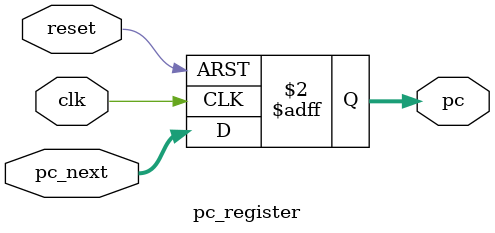
<source format=v>
module pc_register (
    input wire clk,
    input wire reset,
    input wire [31:0] pc_next,
    output reg [31:0] pc
);
    always @(posedge clk or posedge reset) begin
        if (reset)
            pc <= 0;
        else
            pc <= pc_next;
    end
endmodule

</source>
